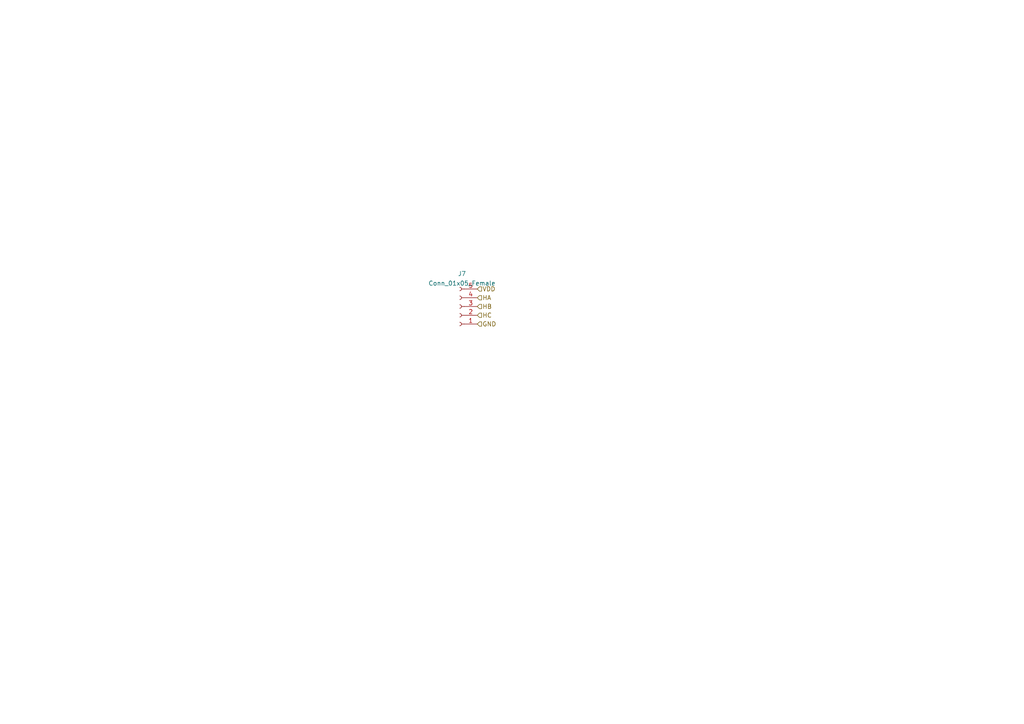
<source format=kicad_sch>
(kicad_sch (version 20211123) (generator eeschema)
  (paper "A4")
  (lib_symbols
    (symbol "Connector:Conn_01x05_Female" (pin_names (offset 1.016) hide)
      (property "Reference" "J" (at 0 7.62 0))
      (property "Value" "Conn_01x05_Female" (at 0 -7.62 0))
      (symbol "Conn_01x05_Female_1_1"
        (arc (start 0 -4.572) (mid -0.508 -5.08) (end 0 -5.588) (stroke (width 0.1524)))
        (arc (start 0 -2.032) (mid -0.508 -2.54) (end 0 -3.048) (stroke (width 0.1524)))
        (polyline (pts (xy -1.27 -5.08) (xy -0.508 -5.08)) (stroke (width 0.1524)))
        (polyline (pts (xy -1.27 -2.54) (xy -0.508 -2.54)) (stroke (width 0.1524)))
        (polyline (pts (xy -1.27 0) (xy -0.508 0)) (stroke (width 0.1524)))
        (polyline (pts (xy -1.27 2.54) (xy -0.508 2.54)) (stroke (width 0.1524)))
        (polyline (pts (xy -1.27 5.08) (xy -0.508 5.08)) (stroke (width 0.1524)))
        (arc (start 0 0.508) (mid -0.508 0) (end 0 -0.508) (stroke (width 0.1524)))
        (arc (start 0 3.048) (mid -0.508 2.54) (end 0 2.032) (stroke (width 0.1524)))
        (arc (start 0 5.588) (mid -0.508 5.08) (end 0 4.572) (stroke (width 0.1524)))
        (pin passive line (at -5.08 5.08 0) (length 3.81) (name "Pin_1") (number "1"))
        (pin passive line (at -5.08 2.54 0) (length 3.81) (name "Pin_2") (number "2"))
        (pin passive line (at -5.08 0 0) (length 3.81) (name "Pin_3") (number "3"))
        (pin passive line (at -5.08 -2.54 0) (length 3.81) (name "Pin_4") (number "4"))
        (pin passive line (at -5.08 -5.08 0) (length 3.81) (name "Pin_5") (number "5"))
      )
    )
  )
  (hierarchical_label "HB" (shape input) (at 138.43 88.9 0))
  (hierarchical_label "HA" (shape input) (at 138.43 86.36 0))
  (hierarchical_label "VDD" (shape input) (at 138.43 83.82 0))
  (hierarchical_label "HC" (shape input) (at 138.43 91.44 0))
  (hierarchical_label "GND" (shape input) (at 138.43 93.98 0))
  (symbol (lib_id "Connector:Conn_01x05_Female") (at 133.35 88.9 180)
    (property "Reference" "J7" (at 133.985 79.3963 0))
    (property "Value" "Conn_01x05_Female" (at 133.985 82.1714 0))
    (property "Footprint" "Connector_PinSocket_2.54mm:PinSocket_1x05_P2.54mm_Vertical" (effects hide))
  )
)
</source>
